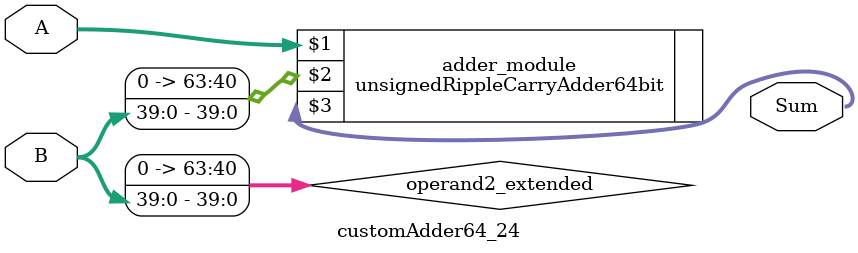
<source format=v>
module customAdder64_24(
                        input [63 : 0] A,
                        input [39 : 0] B,
                        
                        output [64 : 0] Sum
                );

        wire [63 : 0] operand2_extended;
        
        assign operand2_extended =  {24'b0, B};
        
        unsignedRippleCarryAdder64bit adder_module(
            A,
            operand2_extended,
            Sum
        );
        
        endmodule
        
</source>
